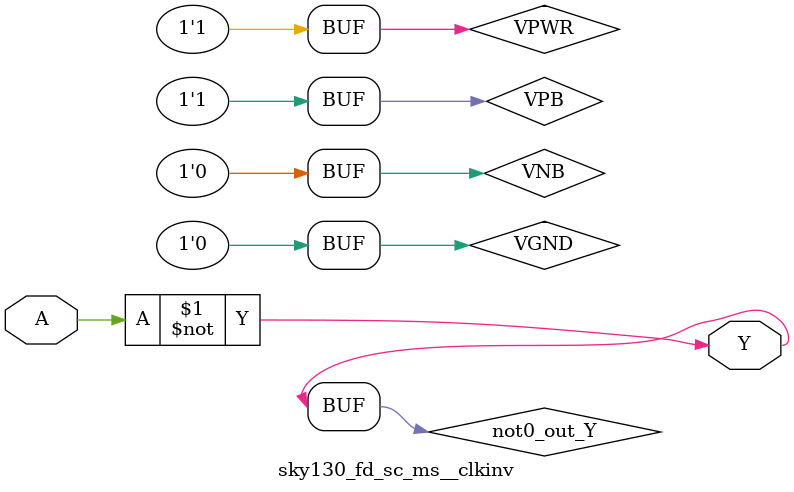
<source format=v>
/*
 * Copyright 2020 The SkyWater PDK Authors
 *
 * Licensed under the Apache License, Version 2.0 (the "License");
 * you may not use this file except in compliance with the License.
 * You may obtain a copy of the License at
 *
 *     https://www.apache.org/licenses/LICENSE-2.0
 *
 * Unless required by applicable law or agreed to in writing, software
 * distributed under the License is distributed on an "AS IS" BASIS,
 * WITHOUT WARRANTIES OR CONDITIONS OF ANY KIND, either express or implied.
 * See the License for the specific language governing permissions and
 * limitations under the License.
 *
 * SPDX-License-Identifier: Apache-2.0
*/


`ifndef SKY130_FD_SC_MS__CLKINV_TIMING_V
`define SKY130_FD_SC_MS__CLKINV_TIMING_V

/**
 * clkinv: Clock tree inverter.
 *
 * Verilog simulation timing model.
 */

`timescale 1ns / 1ps
`default_nettype none

`celldefine
module sky130_fd_sc_ms__clkinv (
    Y,
    A
);

    // Module ports
    output Y;
    input  A;

    // Module supplies
    supply1 VPWR;
    supply0 VGND;
    supply1 VPB ;
    supply0 VNB ;

    // Local signals
    wire not0_out_Y;

    //  Name  Output      Other arguments
    not not0 (not0_out_Y, A              );
    buf buf0 (Y         , not0_out_Y     );

endmodule
`endcelldefine

`default_nettype wire
`endif  // SKY130_FD_SC_MS__CLKINV_TIMING_V

</source>
